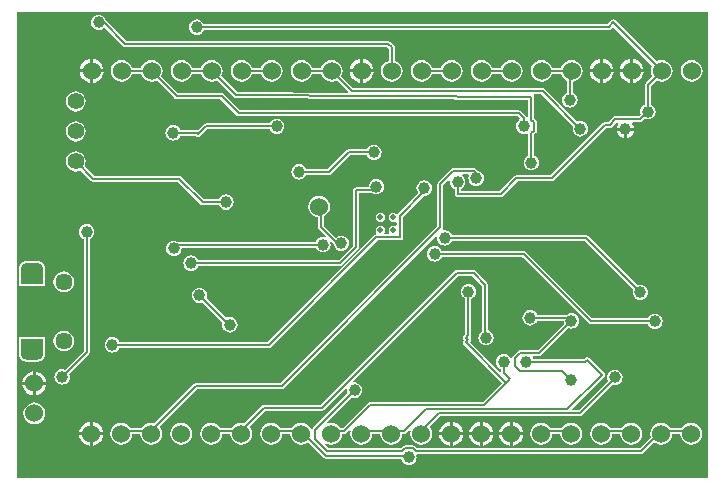
<source format=gbl>
G04*
G04 #@! TF.GenerationSoftware,Altium Limited,Altium Designer,18.1.6 (161)*
G04*
G04 Layer_Physical_Order=2*
G04 Layer_Color=16711680*
%FSAX44Y44*%
%MOMM*%
G71*
G01*
G75*
%ADD14C,0.2000*%
%ADD39C,0.5000*%
%ADD67C,1.4500*%
%ADD68C,1.5240*%
%ADD69C,1.4000*%
%ADD70C,1.0000*%
%ADD71C,0.5000*%
G36*
X00587510Y00003059D02*
X00003059D01*
X00003059Y00397941D01*
X00587510D01*
X00587510Y00003059D01*
D02*
G37*
%LPC*%
G36*
X00472568Y00357198D02*
X00470187Y00356885D01*
X00467969Y00355966D01*
X00466064Y00354504D01*
X00464602Y00352599D01*
X00463752Y00350549D01*
X00455984D01*
X00455134Y00352599D01*
X00453672Y00354504D01*
X00451767Y00355966D01*
X00449549Y00356885D01*
X00447168Y00357198D01*
X00444787Y00356885D01*
X00442569Y00355966D01*
X00440664Y00354504D01*
X00439202Y00352599D01*
X00438283Y00350381D01*
X00437969Y00348000D01*
X00438283Y00345619D01*
X00439202Y00343400D01*
X00440664Y00341495D01*
X00442569Y00340033D01*
X00444787Y00339115D01*
X00447168Y00338801D01*
X00449549Y00339115D01*
X00451767Y00340033D01*
X00453672Y00341495D01*
X00455134Y00343400D01*
X00455984Y00345451D01*
X00463752D01*
X00464602Y00343400D01*
X00466064Y00341495D01*
X00467969Y00340033D01*
X00468451Y00339834D01*
Y00329370D01*
X00467722Y00329067D01*
X00466364Y00328026D01*
X00465322Y00326668D01*
X00464667Y00325087D01*
X00464444Y00323390D01*
X00464667Y00321693D01*
X00465322Y00320112D01*
X00466364Y00318754D01*
X00467722Y00317712D01*
X00469303Y00317057D01*
X00471000Y00316834D01*
X00472697Y00317057D01*
X00474278Y00317712D01*
X00475636Y00318754D01*
X00476678Y00320112D01*
X00477333Y00321693D01*
X00477556Y00323390D01*
X00477333Y00325087D01*
X00476678Y00326668D01*
X00475636Y00328026D01*
X00474278Y00329067D01*
X00473549Y00329370D01*
Y00338930D01*
X00474949Y00339115D01*
X00477167Y00340033D01*
X00479072Y00341495D01*
X00480534Y00343400D01*
X00481453Y00345619D01*
X00481767Y00348000D01*
X00481453Y00350381D01*
X00480534Y00352599D01*
X00479072Y00354504D01*
X00477167Y00355966D01*
X00474949Y00356885D01*
X00472568Y00357198D01*
D02*
G37*
G36*
X00421768D02*
X00419387Y00356885D01*
X00417169Y00355966D01*
X00415264Y00354504D01*
X00413802Y00352599D01*
X00412952Y00350549D01*
X00405184D01*
X00404334Y00352599D01*
X00402873Y00354504D01*
X00400967Y00355966D01*
X00398749Y00356885D01*
X00396368Y00357198D01*
X00393987Y00356885D01*
X00391769Y00355966D01*
X00389864Y00354504D01*
X00388402Y00352599D01*
X00387483Y00350381D01*
X00387169Y00348000D01*
X00387483Y00345619D01*
X00388402Y00343400D01*
X00389864Y00341495D01*
X00391769Y00340033D01*
X00393987Y00339115D01*
X00396368Y00338801D01*
X00398749Y00339115D01*
X00400967Y00340033D01*
X00402873Y00341495D01*
X00404334Y00343400D01*
X00405184Y00345451D01*
X00412952D01*
X00413802Y00343400D01*
X00415264Y00341495D01*
X00417169Y00340033D01*
X00419387Y00339115D01*
X00421768Y00338801D01*
X00424149Y00339115D01*
X00426367Y00340033D01*
X00428273Y00341495D01*
X00429734Y00343400D01*
X00430653Y00345619D01*
X00430967Y00348000D01*
X00430653Y00350381D01*
X00429734Y00352599D01*
X00428273Y00354504D01*
X00426367Y00355966D01*
X00424149Y00356885D01*
X00421768Y00357198D01*
D02*
G37*
G36*
X00370968D02*
X00368587Y00356885D01*
X00366369Y00355966D01*
X00364464Y00354504D01*
X00363002Y00352599D01*
X00362152Y00350549D01*
X00354384D01*
X00353534Y00352599D01*
X00352072Y00354504D01*
X00350167Y00355966D01*
X00347949Y00356885D01*
X00345568Y00357198D01*
X00343187Y00356885D01*
X00340969Y00355966D01*
X00339064Y00354504D01*
X00337602Y00352599D01*
X00336683Y00350381D01*
X00336369Y00348000D01*
X00336683Y00345619D01*
X00337602Y00343400D01*
X00339064Y00341495D01*
X00340969Y00340033D01*
X00343187Y00339115D01*
X00345568Y00338801D01*
X00347949Y00339115D01*
X00350167Y00340033D01*
X00352072Y00341495D01*
X00353534Y00343400D01*
X00354384Y00345451D01*
X00362152D01*
X00363002Y00343400D01*
X00364464Y00341495D01*
X00366369Y00340033D01*
X00368587Y00339115D01*
X00370968Y00338801D01*
X00373349Y00339115D01*
X00375567Y00340033D01*
X00377472Y00341495D01*
X00378934Y00343400D01*
X00379853Y00345619D01*
X00380167Y00348000D01*
X00379853Y00350381D01*
X00378934Y00352599D01*
X00377472Y00354504D01*
X00375567Y00355966D01*
X00373349Y00356885D01*
X00370968Y00357198D01*
D02*
G37*
G36*
X00269368D02*
X00266987Y00356885D01*
X00264769Y00355966D01*
X00262864Y00354504D01*
X00261402Y00352599D01*
X00260552Y00350549D01*
X00252784D01*
X00251934Y00352599D01*
X00250473Y00354504D01*
X00248567Y00355966D01*
X00246349Y00356885D01*
X00243968Y00357198D01*
X00241587Y00356885D01*
X00239369Y00355966D01*
X00237464Y00354504D01*
X00236002Y00352599D01*
X00235083Y00350381D01*
X00234769Y00348000D01*
X00235083Y00345619D01*
X00236002Y00343400D01*
X00237464Y00341495D01*
X00239369Y00340033D01*
X00241587Y00339115D01*
X00243968Y00338801D01*
X00246349Y00339115D01*
X00248567Y00340033D01*
X00250473Y00341495D01*
X00251934Y00343400D01*
X00252784Y00345451D01*
X00260552D01*
X00261402Y00343400D01*
X00262864Y00341495D01*
X00264769Y00340033D01*
X00266987Y00339115D01*
X00269368Y00338801D01*
X00271749Y00339115D01*
X00273799Y00339964D01*
X00283381Y00330382D01*
X00282892Y00329210D01*
X00189587Y00329786D01*
X00175804Y00343569D01*
X00176653Y00345619D01*
X00176967Y00348000D01*
X00176653Y00350381D01*
X00175734Y00352599D01*
X00174272Y00354504D01*
X00172367Y00355966D01*
X00170149Y00356885D01*
X00167768Y00357198D01*
X00165387Y00356885D01*
X00163169Y00355966D01*
X00161264Y00354504D01*
X00159802Y00352599D01*
X00158952Y00350549D01*
X00151184D01*
X00150334Y00352599D01*
X00148872Y00354504D01*
X00146967Y00355966D01*
X00144749Y00356885D01*
X00142368Y00357198D01*
X00139987Y00356885D01*
X00137769Y00355966D01*
X00135864Y00354504D01*
X00134402Y00352599D01*
X00133483Y00350381D01*
X00133169Y00348000D01*
X00133483Y00345619D01*
X00134402Y00343400D01*
X00135864Y00341495D01*
X00137769Y00340033D01*
X00139987Y00339115D01*
X00142368Y00338801D01*
X00144749Y00339115D01*
X00146967Y00340033D01*
X00148872Y00341495D01*
X00150334Y00343400D01*
X00151184Y00345451D01*
X00158952D01*
X00159802Y00343400D01*
X00161264Y00341495D01*
X00163169Y00340033D01*
X00165387Y00339115D01*
X00167768Y00338801D01*
X00170149Y00339115D01*
X00172199Y00339964D01*
X00186722Y00325441D01*
X00187130Y00325168D01*
X00187534Y00324895D01*
X00187542Y00324893D01*
X00187549Y00324889D01*
X00188027Y00324794D01*
X00188508Y00324695D01*
X00435737Y00323168D01*
Y00308480D01*
X00434467Y00308355D01*
X00434355Y00308918D01*
X00433802Y00309745D01*
X00429745Y00313802D01*
X00428918Y00314355D01*
X00427943Y00314549D01*
X00192056D01*
X00177802Y00328802D01*
X00176975Y00329355D01*
X00176000Y00329549D01*
X00139024D01*
X00125004Y00343569D01*
X00125853Y00345619D01*
X00126167Y00348000D01*
X00125853Y00350381D01*
X00124934Y00352599D01*
X00123472Y00354504D01*
X00121567Y00355966D01*
X00119349Y00356885D01*
X00116968Y00357198D01*
X00114587Y00356885D01*
X00112369Y00355966D01*
X00110464Y00354504D01*
X00109002Y00352599D01*
X00108152Y00350549D01*
X00100384D01*
X00099534Y00352599D01*
X00098073Y00354504D01*
X00096167Y00355966D01*
X00093949Y00356885D01*
X00091568Y00357198D01*
X00089187Y00356885D01*
X00086969Y00355966D01*
X00085064Y00354504D01*
X00083602Y00352599D01*
X00082683Y00350381D01*
X00082369Y00348000D01*
X00082683Y00345619D01*
X00083602Y00343400D01*
X00085064Y00341495D01*
X00086969Y00340033D01*
X00089187Y00339115D01*
X00091568Y00338801D01*
X00093949Y00339115D01*
X00096167Y00340033D01*
X00098073Y00341495D01*
X00099534Y00343400D01*
X00100384Y00345451D01*
X00108152D01*
X00109002Y00343400D01*
X00110464Y00341495D01*
X00112369Y00340033D01*
X00114587Y00339115D01*
X00116968Y00338801D01*
X00119349Y00339115D01*
X00121399Y00339964D01*
X00136165Y00325198D01*
X00136992Y00324645D01*
X00137968Y00324451D01*
X00174944D01*
X00189198Y00310198D01*
X00190025Y00309645D01*
X00191000Y00309451D01*
X00426887D01*
X00428453Y00307885D01*
X00428200Y00306342D01*
X00427364Y00305701D01*
X00426322Y00304343D01*
X00425667Y00302762D01*
X00425444Y00301065D01*
X00425667Y00299368D01*
X00426322Y00297787D01*
X00427364Y00296429D01*
X00428722Y00295387D01*
X00430303Y00294732D01*
X00432000Y00294509D01*
X00433697Y00294732D01*
X00434467Y00295051D01*
X00435737Y00294203D01*
Y00276266D01*
X00435008Y00275963D01*
X00433650Y00274922D01*
X00432608Y00273564D01*
X00431954Y00271983D01*
X00431730Y00270286D01*
X00431954Y00268589D01*
X00432608Y00267008D01*
X00433650Y00265650D01*
X00435008Y00264608D01*
X00436589Y00263953D01*
X00438286Y00263730D01*
X00439983Y00263953D01*
X00441564Y00264608D01*
X00442922Y00265650D01*
X00443964Y00267008D01*
X00444619Y00268589D01*
X00444842Y00270286D01*
X00444619Y00271983D01*
X00443964Y00273564D01*
X00442922Y00274922D01*
X00441564Y00275963D01*
X00440835Y00276266D01*
Y00294275D01*
X00442303Y00295742D01*
X00442855Y00296569D01*
X00443049Y00297544D01*
Y00304586D01*
X00442855Y00305561D01*
X00442303Y00306388D01*
X00440835Y00307856D01*
Y00325701D01*
X00440740Y00326178D01*
X00440647Y00326662D01*
X00440643Y00326669D01*
X00440641Y00326677D01*
X00440370Y00327083D01*
X00440305Y00327181D01*
X00440695Y00328230D01*
X00440873Y00328451D01*
X00446770D01*
X00473787Y00301434D01*
X00473485Y00300705D01*
X00473262Y00299008D01*
X00473485Y00297311D01*
X00474141Y00295730D01*
X00475182Y00294372D01*
X00476540Y00293330D01*
X00478121Y00292675D01*
X00479818Y00292452D01*
X00481515Y00292675D01*
X00483096Y00293330D01*
X00484454Y00294372D01*
X00485496Y00295730D01*
X00486151Y00297311D01*
X00486374Y00299008D01*
X00486151Y00300705D01*
X00485496Y00302286D01*
X00484454Y00303644D01*
X00483096Y00304685D01*
X00481515Y00305340D01*
X00479818Y00305564D01*
X00478121Y00305340D01*
X00477392Y00305039D01*
X00449628Y00332802D01*
X00448802Y00333355D01*
X00447826Y00333549D01*
X00287424D01*
X00277404Y00343569D01*
X00278253Y00345619D01*
X00278567Y00348000D01*
X00278253Y00350381D01*
X00277334Y00352599D01*
X00275872Y00354504D01*
X00273967Y00355966D01*
X00271749Y00356885D01*
X00269368Y00357198D01*
D02*
G37*
G36*
X00218568D02*
X00216187Y00356885D01*
X00213969Y00355966D01*
X00212064Y00354504D01*
X00210602Y00352599D01*
X00209752Y00350549D01*
X00201984D01*
X00201134Y00352599D01*
X00199673Y00354504D01*
X00197767Y00355966D01*
X00195549Y00356885D01*
X00193168Y00357198D01*
X00190787Y00356885D01*
X00188569Y00355966D01*
X00186664Y00354504D01*
X00185202Y00352599D01*
X00184283Y00350381D01*
X00183969Y00348000D01*
X00184283Y00345619D01*
X00185202Y00343400D01*
X00186664Y00341495D01*
X00188569Y00340033D01*
X00190787Y00339115D01*
X00193168Y00338801D01*
X00195549Y00339115D01*
X00197767Y00340033D01*
X00199673Y00341495D01*
X00201134Y00343400D01*
X00201984Y00345451D01*
X00209752D01*
X00210602Y00343400D01*
X00212064Y00341495D01*
X00213969Y00340033D01*
X00216187Y00339115D01*
X00218568Y00338801D01*
X00220949Y00339115D01*
X00223167Y00340033D01*
X00225072Y00341495D01*
X00226534Y00343400D01*
X00227453Y00345619D01*
X00227767Y00348000D01*
X00227453Y00350381D01*
X00226534Y00352599D01*
X00225072Y00354504D01*
X00223167Y00355966D01*
X00220949Y00356885D01*
X00218568Y00357198D01*
D02*
G37*
G36*
X00524638Y00358080D02*
Y00349270D01*
X00533448D01*
X00533266Y00350652D01*
X00532243Y00353124D01*
X00530614Y00355246D01*
X00528492Y00356875D01*
X00526020Y00357898D01*
X00524638Y00358080D01*
D02*
G37*
G36*
X00296038D02*
Y00349270D01*
X00304848D01*
X00304667Y00350652D01*
X00303643Y00353124D01*
X00302014Y00355246D01*
X00299892Y00356875D01*
X00297420Y00357898D01*
X00296038Y00358080D01*
D02*
G37*
G36*
X00067438D02*
Y00349270D01*
X00076248D01*
X00076066Y00350652D01*
X00075043Y00353124D01*
X00073414Y00355246D01*
X00071292Y00356875D01*
X00068820Y00357898D01*
X00067438Y00358080D01*
D02*
G37*
G36*
X00499238D02*
Y00349270D01*
X00508049D01*
X00507867Y00350652D01*
X00506843Y00353124D01*
X00505214Y00355246D01*
X00503092Y00356875D01*
X00500620Y00357898D01*
X00499238Y00358080D01*
D02*
G37*
G36*
X00522098D02*
X00520716Y00357898D01*
X00518244Y00356875D01*
X00516122Y00355246D01*
X00514493Y00353124D01*
X00513470Y00350652D01*
X00513288Y00349270D01*
X00522098D01*
Y00358080D01*
D02*
G37*
G36*
X00293498D02*
X00292116Y00357898D01*
X00289644Y00356875D01*
X00287522Y00355246D01*
X00285893Y00353124D01*
X00284869Y00350652D01*
X00284688Y00349270D01*
X00293498D01*
Y00358080D01*
D02*
G37*
G36*
X00064898D02*
X00063516Y00357898D01*
X00061044Y00356875D01*
X00058922Y00355246D01*
X00057293Y00353124D01*
X00056269Y00350652D01*
X00056087Y00349270D01*
X00064898D01*
Y00358080D01*
D02*
G37*
G36*
X00496698D02*
X00495316Y00357898D01*
X00492844Y00356875D01*
X00490722Y00355246D01*
X00489093Y00353124D01*
X00488069Y00350652D01*
X00487887Y00349270D01*
X00496698D01*
Y00358080D01*
D02*
G37*
G36*
X00574168Y00357198D02*
X00571787Y00356885D01*
X00569569Y00355966D01*
X00567664Y00354504D01*
X00566202Y00352599D01*
X00565283Y00350381D01*
X00564969Y00348000D01*
X00565283Y00345619D01*
X00566202Y00343400D01*
X00567664Y00341495D01*
X00569569Y00340033D01*
X00571787Y00339115D01*
X00574168Y00338801D01*
X00576549Y00339115D01*
X00578767Y00340033D01*
X00580672Y00341495D01*
X00582134Y00343400D01*
X00583053Y00345619D01*
X00583367Y00348000D01*
X00583053Y00350381D01*
X00582134Y00352599D01*
X00580672Y00354504D01*
X00578767Y00355966D01*
X00576549Y00356885D01*
X00574168Y00357198D01*
D02*
G37*
G36*
X00155000Y00391556D02*
X00153303Y00391333D01*
X00151722Y00390678D01*
X00150364Y00389636D01*
X00149322Y00388278D01*
X00148667Y00386697D01*
X00148444Y00385000D01*
X00148667Y00383303D01*
X00149322Y00381722D01*
X00150364Y00380364D01*
X00151722Y00379322D01*
X00153303Y00378667D01*
X00155000Y00378444D01*
X00156697Y00378667D01*
X00158278Y00379322D01*
X00159636Y00380364D01*
X00160678Y00381722D01*
X00160980Y00382451D01*
X00503768D01*
X00504744Y00382645D01*
X00505570Y00383198D01*
X00507768Y00385395D01*
X00540732Y00352431D01*
X00539883Y00350381D01*
X00539569Y00348000D01*
X00539883Y00345619D01*
X00540732Y00343569D01*
X00535198Y00338034D01*
X00534645Y00337207D01*
X00534451Y00336232D01*
Y00319619D01*
X00533722Y00319317D01*
X00532364Y00318276D01*
X00531322Y00316918D01*
X00530667Y00315337D01*
X00530444Y00313640D01*
X00530667Y00311943D01*
X00530970Y00311214D01*
X00529444Y00309688D01*
X00509514D01*
X00508539Y00309494D01*
X00507712Y00308942D01*
X00503479Y00304709D01*
X00500544D01*
X00499569Y00304515D01*
X00498742Y00303963D01*
X00454328Y00259549D01*
X00425667D01*
X00424692Y00259355D01*
X00423865Y00258802D01*
X00411612Y00246549D01*
X00378548D01*
Y00248020D01*
X00379277Y00248322D01*
X00380635Y00249364D01*
X00381677Y00250721D01*
X00382332Y00252303D01*
X00382555Y00254000D01*
X00382332Y00255696D01*
X00381677Y00257278D01*
X00380635Y00258635D01*
X00379798Y00259278D01*
X00380229Y00260548D01*
X00384591D01*
X00385439Y00259278D01*
X00385261Y00258847D01*
X00385037Y00257150D01*
X00385261Y00255453D01*
X00385916Y00253872D01*
X00386958Y00252514D01*
X00388316Y00251472D01*
X00389897Y00250817D01*
X00391594Y00250594D01*
X00393290Y00250817D01*
X00394871Y00251472D01*
X00396229Y00252514D01*
X00397271Y00253872D01*
X00397926Y00255453D01*
X00398149Y00257150D01*
X00397926Y00258847D01*
X00397271Y00260428D01*
X00396229Y00261786D01*
X00394871Y00262827D01*
X00393290Y00263482D01*
X00392718Y00263558D01*
X00391377Y00264899D01*
X00390550Y00265452D01*
X00389574Y00265646D01*
X00372146D01*
X00371171Y00265452D01*
X00370344Y00264899D01*
X00359522Y00254077D01*
X00358969Y00253250D01*
X00358775Y00252275D01*
Y00216523D01*
X00225801Y00083549D01*
X00154168D01*
X00153192Y00083355D01*
X00152365Y00082802D01*
X00119102Y00049539D01*
X00118749Y00049685D01*
X00116368Y00049998D01*
X00113987Y00049685D01*
X00111769Y00048766D01*
X00109864Y00047304D01*
X00108670Y00045749D01*
X00098666D01*
X00097473Y00047304D01*
X00095568Y00048766D01*
X00093349Y00049685D01*
X00090968Y00049998D01*
X00088587Y00049685D01*
X00086369Y00048766D01*
X00084464Y00047304D01*
X00083002Y00045399D01*
X00082083Y00043181D01*
X00081770Y00040800D01*
X00082083Y00038419D01*
X00083002Y00036200D01*
X00084464Y00034295D01*
X00086369Y00032833D01*
X00088587Y00031915D01*
X00090968Y00031601D01*
X00093349Y00031915D01*
X00095568Y00032833D01*
X00097473Y00034295D01*
X00098934Y00036200D01*
X00099853Y00038419D01*
X00100147Y00040651D01*
X00107189D01*
X00107483Y00038419D01*
X00108402Y00036200D01*
X00109864Y00034295D01*
X00111769Y00032833D01*
X00113987Y00031915D01*
X00116368Y00031601D01*
X00118749Y00031915D01*
X00120968Y00032833D01*
X00122873Y00034295D01*
X00124334Y00036200D01*
X00125253Y00038419D01*
X00125567Y00040800D01*
X00125253Y00043181D01*
X00124334Y00045399D01*
X00123396Y00046623D01*
X00155224Y00078451D01*
X00226857D01*
X00227833Y00078645D01*
X00228659Y00079197D01*
X00357491Y00208029D01*
X00358694Y00207436D01*
X00358578Y00206555D01*
X00358801Y00204858D01*
X00359456Y00203277D01*
X00360498Y00201919D01*
X00361856Y00200877D01*
X00363437Y00200222D01*
X00365134Y00199999D01*
X00366831Y00200222D01*
X00368412Y00200877D01*
X00369770Y00201919D01*
X00370812Y00203277D01*
X00371114Y00204006D01*
X00483461D01*
X00524588Y00162880D01*
X00524286Y00162151D01*
X00524062Y00160454D01*
X00524286Y00158757D01*
X00524940Y00157176D01*
X00525982Y00155818D01*
X00527340Y00154776D01*
X00528921Y00154121D01*
X00530618Y00153898D01*
X00532315Y00154121D01*
X00533896Y00154776D01*
X00535254Y00155818D01*
X00536296Y00157176D01*
X00536951Y00158757D01*
X00537174Y00160454D01*
X00536951Y00162151D01*
X00536296Y00163732D01*
X00535254Y00165090D01*
X00533896Y00166131D01*
X00532315Y00166786D01*
X00530618Y00167010D01*
X00528921Y00166786D01*
X00528192Y00166485D01*
X00486320Y00208357D01*
X00485493Y00208910D01*
X00484517Y00209104D01*
X00371114D01*
X00370812Y00209833D01*
X00369770Y00211191D01*
X00368412Y00212232D01*
X00366831Y00212887D01*
X00365134Y00213111D01*
X00364202Y00212988D01*
X00363466Y00214172D01*
X00363679Y00214491D01*
X00363873Y00215467D01*
Y00251219D01*
X00368391Y00255737D01*
X00369594Y00255144D01*
X00369443Y00254000D01*
X00369667Y00252303D01*
X00370322Y00250721D01*
X00371363Y00249364D01*
X00372721Y00248322D01*
X00373450Y00248020D01*
Y00243700D01*
X00373644Y00242724D01*
X00374197Y00241897D01*
X00375024Y00241345D01*
X00375999Y00241151D01*
X00376975Y00241345D01*
X00377134Y00241451D01*
X00412668D01*
X00413643Y00241645D01*
X00414470Y00242198D01*
X00426723Y00254451D01*
X00455384D01*
X00456359Y00254645D01*
X00457186Y00255198D01*
X00501600Y00299611D01*
X00504535D01*
X00505510Y00299805D01*
X00506337Y00300358D01*
X00510303Y00304324D01*
X00511291Y00304215D01*
X00511845Y00303004D01*
X00511414Y00302442D01*
X00510654Y00300608D01*
X00510562Y00299910D01*
X00525438D01*
X00525346Y00300608D01*
X00524586Y00302442D01*
X00523912Y00303321D01*
X00524538Y00304591D01*
X00530500D01*
X00531475Y00304785D01*
X00532302Y00305337D01*
X00534574Y00307609D01*
X00535303Y00307307D01*
X00537000Y00307084D01*
X00538697Y00307307D01*
X00540278Y00307962D01*
X00541636Y00309004D01*
X00542678Y00310362D01*
X00543333Y00311943D01*
X00543556Y00313640D01*
X00543333Y00315337D01*
X00542678Y00316918D01*
X00541636Y00318276D01*
X00540278Y00319317D01*
X00539549Y00319619D01*
Y00335176D01*
X00544337Y00339964D01*
X00546387Y00339115D01*
X00548768Y00338801D01*
X00551149Y00339115D01*
X00553367Y00340033D01*
X00555272Y00341495D01*
X00556734Y00343400D01*
X00557653Y00345619D01*
X00557967Y00348000D01*
X00557653Y00350381D01*
X00556734Y00352599D01*
X00555272Y00354504D01*
X00553367Y00355966D01*
X00551149Y00356885D01*
X00548768Y00357198D01*
X00546387Y00356885D01*
X00544337Y00356036D01*
X00509570Y00390802D01*
X00508744Y00391355D01*
X00507768Y00391549D01*
X00506792Y00391355D01*
X00505966Y00390802D01*
X00502712Y00387549D01*
X00160980D01*
X00160678Y00388278D01*
X00159636Y00389636D01*
X00158278Y00390678D01*
X00156697Y00391333D01*
X00155000Y00391556D01*
D02*
G37*
G36*
X00071914Y00395556D02*
X00070218Y00395333D01*
X00068636Y00394678D01*
X00067279Y00393636D01*
X00066237Y00392278D01*
X00065582Y00390697D01*
X00065358Y00389000D01*
X00065582Y00387303D01*
X00066237Y00385722D01*
X00067279Y00384364D01*
X00068636Y00383323D01*
X00070218Y00382668D01*
X00071914Y00382444D01*
X00073611Y00382668D01*
X00075192Y00383323D01*
X00076550Y00384364D01*
X00077604Y00384433D01*
X00092839Y00369198D01*
X00093666Y00368645D01*
X00094642Y00368451D01*
X00315944D01*
X00317619Y00366776D01*
Y00356815D01*
X00315569Y00355966D01*
X00313664Y00354504D01*
X00312202Y00352599D01*
X00311283Y00350381D01*
X00310969Y00348000D01*
X00311283Y00345619D01*
X00312202Y00343400D01*
X00313664Y00341495D01*
X00315569Y00340033D01*
X00317787Y00339115D01*
X00320168Y00338801D01*
X00322549Y00339115D01*
X00324767Y00340033D01*
X00326673Y00341495D01*
X00328134Y00343400D01*
X00329053Y00345619D01*
X00329367Y00348000D01*
X00329053Y00350381D01*
X00328134Y00352599D01*
X00326673Y00354504D01*
X00324767Y00355966D01*
X00322717Y00356815D01*
Y00367832D01*
X00322523Y00368807D01*
X00321970Y00369634D01*
X00318802Y00372802D01*
X00317976Y00373355D01*
X00317000Y00373549D01*
X00095698D01*
X00078444Y00390803D01*
X00078111Y00391025D01*
X00077592Y00392278D01*
X00076550Y00393636D01*
X00075192Y00394678D01*
X00073611Y00395333D01*
X00071914Y00395556D01*
D02*
G37*
G36*
X00533448Y00346730D02*
X00524638D01*
Y00337919D01*
X00526020Y00338101D01*
X00528492Y00339125D01*
X00530614Y00340754D01*
X00532243Y00342876D01*
X00533266Y00345348D01*
X00533448Y00346730D01*
D02*
G37*
G36*
X00508049D02*
X00499238D01*
Y00337919D01*
X00500620Y00338101D01*
X00503092Y00339125D01*
X00505214Y00340754D01*
X00506843Y00342876D01*
X00507867Y00345348D01*
X00508049Y00346730D01*
D02*
G37*
G36*
X00304848D02*
X00296038D01*
Y00337919D01*
X00297420Y00338101D01*
X00299892Y00339125D01*
X00302014Y00340754D01*
X00303643Y00342876D01*
X00304667Y00345348D01*
X00304848Y00346730D01*
D02*
G37*
G36*
X00076248D02*
X00067438D01*
Y00337919D01*
X00068820Y00338101D01*
X00071292Y00339125D01*
X00073414Y00340754D01*
X00075043Y00342876D01*
X00076066Y00345348D01*
X00076248Y00346730D01*
D02*
G37*
G36*
X00522098D02*
X00513288D01*
X00513470Y00345348D01*
X00514493Y00342876D01*
X00516122Y00340754D01*
X00518244Y00339125D01*
X00520716Y00338101D01*
X00522098Y00337919D01*
Y00346730D01*
D02*
G37*
G36*
X00496698D02*
X00487887D01*
X00488069Y00345348D01*
X00489093Y00342876D01*
X00490722Y00340754D01*
X00492844Y00339125D01*
X00495316Y00338101D01*
X00496698Y00337919D01*
Y00346730D01*
D02*
G37*
G36*
X00293498D02*
X00284688D01*
X00284869Y00345348D01*
X00285893Y00342876D01*
X00287522Y00340754D01*
X00289644Y00339125D01*
X00292116Y00338101D01*
X00293498Y00337919D01*
Y00346730D01*
D02*
G37*
G36*
X00064898D02*
X00056087D01*
X00056269Y00345348D01*
X00057293Y00342876D01*
X00058922Y00340754D01*
X00061044Y00339125D01*
X00063516Y00338101D01*
X00064898Y00337919D01*
Y00346730D01*
D02*
G37*
G36*
X00052550Y00330760D02*
X00050331Y00330468D01*
X00048263Y00329611D01*
X00046488Y00328249D01*
X00045125Y00326473D01*
X00044269Y00324406D01*
X00043977Y00322187D01*
X00044269Y00319968D01*
X00045125Y00317900D01*
X00046488Y00316124D01*
X00048263Y00314762D01*
X00050331Y00313905D01*
X00052550Y00313613D01*
X00054769Y00313905D01*
X00056837Y00314762D01*
X00058612Y00316124D01*
X00059975Y00317900D01*
X00060831Y00319968D01*
X00061123Y00322187D01*
X00060831Y00324406D01*
X00059975Y00326473D01*
X00058612Y00328249D01*
X00056837Y00329611D01*
X00054769Y00330468D01*
X00052550Y00330760D01*
D02*
G37*
G36*
X00222753Y00307621D02*
X00221056Y00307398D01*
X00219475Y00306743D01*
X00218117Y00305701D01*
X00217075Y00304343D01*
X00216773Y00303614D01*
X00162778D01*
X00161802Y00303420D01*
X00160975Y00302868D01*
X00156066Y00297958D01*
X00155283Y00298114D01*
X00140980D01*
X00140678Y00298843D01*
X00139636Y00300201D01*
X00138278Y00301243D01*
X00136697Y00301898D01*
X00135000Y00302121D01*
X00133303Y00301898D01*
X00131722Y00301243D01*
X00130364Y00300201D01*
X00129322Y00298843D01*
X00128667Y00297262D01*
X00128444Y00295565D01*
X00128667Y00293868D01*
X00129322Y00292287D01*
X00130364Y00290929D01*
X00131722Y00289887D01*
X00133303Y00289232D01*
X00135000Y00289009D01*
X00136697Y00289232D01*
X00138278Y00289887D01*
X00139636Y00290929D01*
X00140678Y00292287D01*
X00140980Y00293016D01*
X00154227D01*
X00154478Y00292765D01*
X00155305Y00292213D01*
X00156280Y00292019D01*
X00157256Y00292213D01*
X00158083Y00292765D01*
X00158083Y00292765D01*
X00163834Y00298516D01*
X00216773D01*
X00217075Y00297787D01*
X00218117Y00296429D01*
X00219475Y00295387D01*
X00221056Y00294732D01*
X00222753Y00294509D01*
X00224450Y00294732D01*
X00226031Y00295387D01*
X00227389Y00296429D01*
X00228431Y00297787D01*
X00229086Y00299368D01*
X00229309Y00301065D01*
X00229086Y00302762D01*
X00228431Y00304343D01*
X00227389Y00305701D01*
X00226031Y00306743D01*
X00224450Y00307398D01*
X00222753Y00307621D01*
D02*
G37*
G36*
X00525438Y00297370D02*
X00519270D01*
Y00291202D01*
X00519968Y00291294D01*
X00521802Y00292053D01*
X00523378Y00293262D01*
X00524586Y00294837D01*
X00525346Y00296671D01*
X00525438Y00297370D01*
D02*
G37*
G36*
X00516730D02*
X00510562D01*
X00510654Y00296671D01*
X00511414Y00294837D01*
X00512622Y00293262D01*
X00514198Y00292053D01*
X00516032Y00291294D01*
X00516730Y00291202D01*
Y00297370D01*
D02*
G37*
G36*
X00052550Y00305360D02*
X00050331Y00305068D01*
X00048263Y00304211D01*
X00046488Y00302849D01*
X00045125Y00301073D01*
X00044269Y00299006D01*
X00043977Y00296786D01*
X00044269Y00294568D01*
X00045125Y00292500D01*
X00046488Y00290724D01*
X00048263Y00289362D01*
X00050331Y00288505D01*
X00052550Y00288213D01*
X00054769Y00288505D01*
X00056837Y00289362D01*
X00058612Y00290724D01*
X00059975Y00292500D01*
X00060831Y00294568D01*
X00061123Y00296786D01*
X00060831Y00299006D01*
X00059975Y00301073D01*
X00058612Y00302849D01*
X00056837Y00304211D01*
X00054769Y00305068D01*
X00052550Y00305360D01*
D02*
G37*
G36*
X00304999Y00285555D02*
X00303302Y00285332D01*
X00301721Y00284677D01*
X00300364Y00283635D01*
X00299322Y00282278D01*
X00299020Y00281548D01*
X00283522D01*
X00282546Y00281354D01*
X00281719Y00280802D01*
X00265943Y00265026D01*
X00247567D01*
X00247265Y00265755D01*
X00246223Y00267112D01*
X00244865Y00268154D01*
X00243284Y00268809D01*
X00241587Y00269033D01*
X00239890Y00268809D01*
X00238309Y00268154D01*
X00236952Y00267112D01*
X00235910Y00265755D01*
X00235255Y00264173D01*
X00235031Y00262477D01*
X00235255Y00260780D01*
X00235910Y00259198D01*
X00236952Y00257841D01*
X00238309Y00256799D01*
X00239890Y00256144D01*
X00241587Y00255921D01*
X00243284Y00256144D01*
X00244865Y00256799D01*
X00246223Y00257841D01*
X00247265Y00259198D01*
X00247567Y00259928D01*
X00267278D01*
X00268253Y00260122D01*
X00269081Y00260674D01*
X00269633Y00261501D01*
X00269634Y00261507D01*
X00284578Y00276451D01*
X00299020D01*
X00299322Y00275721D01*
X00300364Y00274364D01*
X00301721Y00273322D01*
X00303302Y00272667D01*
X00304999Y00272443D01*
X00306696Y00272667D01*
X00308277Y00273322D01*
X00309635Y00274364D01*
X00310677Y00275721D01*
X00311332Y00277303D01*
X00311556Y00278999D01*
X00311332Y00280696D01*
X00310677Y00282278D01*
X00309635Y00283635D01*
X00308277Y00284677D01*
X00306696Y00285332D01*
X00304999Y00285555D01*
D02*
G37*
G36*
X00306999Y00256555D02*
X00305303Y00256332D01*
X00303722Y00255677D01*
X00302364Y00254635D01*
X00301322Y00253277D01*
X00300667Y00251696D01*
X00300443Y00249999D01*
X00299871Y00249347D01*
X00289712D01*
X00288737Y00249153D01*
X00287910Y00248600D01*
X00287358Y00247773D01*
X00287163Y00246798D01*
Y00199768D01*
X00275269Y00187873D01*
X00156262D01*
X00155960Y00188603D01*
X00154918Y00189960D01*
X00153561Y00191002D01*
X00151980Y00191657D01*
X00150283Y00191881D01*
X00148586Y00191657D01*
X00147005Y00191002D01*
X00145647Y00189960D01*
X00144605Y00188603D01*
X00143950Y00187021D01*
X00143727Y00185324D01*
X00143950Y00183628D01*
X00144605Y00182047D01*
X00145647Y00180689D01*
X00147005Y00179647D01*
X00148586Y00178992D01*
X00150283Y00178768D01*
X00151980Y00178992D01*
X00153561Y00179647D01*
X00154918Y00180689D01*
X00155960Y00182047D01*
X00156262Y00182775D01*
X00276325D01*
X00277300Y00182970D01*
X00278127Y00183522D01*
X00291515Y00196910D01*
X00292067Y00197737D01*
X00292261Y00198712D01*
Y00244249D01*
X00302356D01*
X00303332Y00244443D01*
X00303456Y00244526D01*
X00303722Y00244322D01*
X00305303Y00243667D01*
X00306999Y00243443D01*
X00308696Y00243667D01*
X00310278Y00244322D01*
X00311635Y00245364D01*
X00312677Y00246721D01*
X00313332Y00248302D01*
X00313556Y00249999D01*
X00313332Y00251696D01*
X00312677Y00253277D01*
X00311635Y00254635D01*
X00310278Y00255677D01*
X00308696Y00256332D01*
X00306999Y00256555D01*
D02*
G37*
G36*
X00347608Y00255402D02*
X00345911Y00255179D01*
X00344330Y00254524D01*
X00342972Y00253482D01*
X00341930Y00252124D01*
X00341275Y00250543D01*
X00341052Y00248846D01*
X00341275Y00247149D01*
X00341930Y00245568D01*
X00342620Y00244669D01*
X00325447Y00227496D01*
X00324384Y00226801D01*
X00323765Y00227214D01*
X00323061Y00227685D01*
X00321500Y00227995D01*
X00319939Y00227685D01*
X00318616Y00226801D01*
X00317732Y00225478D01*
X00317422Y00223917D01*
X00317732Y00222356D01*
X00318616Y00221033D01*
X00319939Y00220149D01*
X00321500Y00219839D01*
X00323061Y00220149D01*
X00323181Y00220230D01*
X00324451Y00219551D01*
Y00217283D01*
X00323181Y00216605D01*
X00323061Y00216685D01*
X00321500Y00216996D01*
X00319939Y00216685D01*
X00318616Y00215801D01*
X00317732Y00214478D01*
X00317422Y00212917D01*
X00317732Y00211356D01*
X00318092Y00210819D01*
X00317413Y00209549D01*
X00314588D01*
X00313909Y00210819D01*
X00314268Y00211356D01*
X00314578Y00212917D01*
X00314268Y00214478D01*
X00313384Y00215801D01*
X00312061Y00216685D01*
X00310500Y00216996D01*
X00308939Y00216685D01*
X00307616Y00215801D01*
X00306732Y00214478D01*
X00306422Y00212917D01*
X00306732Y00211356D01*
X00307092Y00210819D01*
X00307091Y00210619D01*
X00306492Y00209430D01*
X00306113Y00209355D01*
X00305286Y00208802D01*
X00215033Y00118549D01*
X00089548D01*
X00089246Y00119278D01*
X00088204Y00120636D01*
X00086846Y00121678D01*
X00085265Y00122332D01*
X00083568Y00122556D01*
X00081871Y00122332D01*
X00080290Y00121678D01*
X00078932Y00120636D01*
X00077890Y00119278D01*
X00077235Y00117697D01*
X00077012Y00116000D01*
X00077235Y00114303D01*
X00077890Y00112722D01*
X00078932Y00111364D01*
X00080290Y00110322D01*
X00081871Y00109667D01*
X00083568Y00109444D01*
X00085265Y00109667D01*
X00086846Y00110322D01*
X00088204Y00111364D01*
X00089246Y00112722D01*
X00089548Y00113451D01*
X00216089D01*
X00217064Y00113645D01*
X00217891Y00114197D01*
X00308144Y00204451D01*
X00327000D01*
X00327976Y00204645D01*
X00328802Y00205198D01*
X00329355Y00206024D01*
X00329549Y00207000D01*
Y00224388D01*
X00347469Y00242308D01*
X00347608Y00242290D01*
X00349305Y00242513D01*
X00350886Y00243168D01*
X00352244Y00244210D01*
X00353286Y00245568D01*
X00353941Y00247149D01*
X00354164Y00248846D01*
X00353941Y00250543D01*
X00353286Y00252124D01*
X00352244Y00253482D01*
X00350886Y00254524D01*
X00349305Y00255179D01*
X00347608Y00255402D01*
D02*
G37*
G36*
X00052550Y00279960D02*
X00050331Y00279668D01*
X00048263Y00278811D01*
X00046488Y00277449D01*
X00045125Y00275673D01*
X00044269Y00273605D01*
X00043977Y00271387D01*
X00044269Y00269168D01*
X00045125Y00267100D01*
X00046488Y00265324D01*
X00048263Y00263962D01*
X00050331Y00263105D01*
X00052550Y00262813D01*
X00054769Y00263105D01*
X00056507Y00263825D01*
X00065287Y00255044D01*
X00066114Y00254492D01*
X00067090Y00254298D01*
X00139098D01*
X00158198Y00235198D01*
X00159024Y00234645D01*
X00160000Y00234451D01*
X00173789D01*
X00174091Y00233722D01*
X00175133Y00232364D01*
X00176491Y00231322D01*
X00178072Y00230667D01*
X00179769Y00230444D01*
X00181466Y00230667D01*
X00183047Y00231322D01*
X00184405Y00232364D01*
X00185446Y00233722D01*
X00186101Y00235303D01*
X00186325Y00237000D01*
X00186101Y00238697D01*
X00185446Y00240278D01*
X00184405Y00241636D01*
X00183047Y00242678D01*
X00181466Y00243333D01*
X00179769Y00243556D01*
X00178072Y00243333D01*
X00176491Y00242678D01*
X00175133Y00241636D01*
X00174091Y00240278D01*
X00173789Y00239549D01*
X00161056D01*
X00141956Y00258649D01*
X00141129Y00259202D01*
X00140153Y00259396D01*
X00068146D01*
X00060111Y00267430D01*
X00060831Y00269168D01*
X00061123Y00271387D01*
X00060831Y00273605D01*
X00059975Y00275673D01*
X00058612Y00277449D01*
X00056837Y00278811D01*
X00054769Y00279668D01*
X00052550Y00279960D01*
D02*
G37*
G36*
X00310500Y00227995D02*
X00308939Y00227685D01*
X00307616Y00226801D01*
X00306732Y00225478D01*
X00306422Y00223917D01*
X00306732Y00222356D01*
X00307616Y00221033D01*
X00308939Y00220149D01*
X00310500Y00219839D01*
X00312061Y00220149D01*
X00313384Y00221033D01*
X00314268Y00222356D01*
X00314578Y00223917D01*
X00314268Y00225478D01*
X00313384Y00226801D01*
X00312061Y00227685D01*
X00310500Y00227995D01*
D02*
G37*
G36*
X00258568Y00242199D02*
X00256187Y00241885D01*
X00253969Y00240966D01*
X00252064Y00239504D01*
X00250602Y00237599D01*
X00249683Y00235381D01*
X00249369Y00233000D01*
X00249683Y00230619D01*
X00250602Y00228401D01*
X00252064Y00226495D01*
X00253969Y00225034D01*
X00256187Y00224115D01*
X00257651Y00223922D01*
Y00216000D01*
X00257845Y00215025D01*
X00258397Y00214198D01*
X00264163Y00208433D01*
X00263539Y00207399D01*
X00263461Y00207338D01*
X00261802Y00207556D01*
X00260105Y00207333D01*
X00258524Y00206678D01*
X00257166Y00205636D01*
X00256124Y00204278D01*
X00255822Y00203549D01*
X00139060D01*
X00138656Y00203468D01*
X00137409Y00203985D01*
X00135712Y00204208D01*
X00134015Y00203985D01*
X00132434Y00203330D01*
X00131076Y00202288D01*
X00130035Y00200930D01*
X00129380Y00199349D01*
X00129156Y00197652D01*
X00129380Y00195955D01*
X00130035Y00194374D01*
X00131076Y00193016D01*
X00132434Y00191974D01*
X00134015Y00191320D01*
X00135712Y00191096D01*
X00137409Y00191320D01*
X00138990Y00191974D01*
X00140348Y00193016D01*
X00141390Y00194374D01*
X00142045Y00195955D01*
X00142268Y00197652D01*
X00142969Y00198451D01*
X00255822D01*
X00256124Y00197722D01*
X00257166Y00196364D01*
X00258524Y00195322D01*
X00260105Y00194667D01*
X00261802Y00194444D01*
X00263499Y00194667D01*
X00265080Y00195322D01*
X00266438Y00196364D01*
X00267480Y00197722D01*
X00268135Y00199303D01*
X00268358Y00201000D01*
X00268140Y00202659D01*
X00268201Y00202737D01*
X00269235Y00203361D01*
X00270886Y00201709D01*
X00271071Y00200303D01*
X00271726Y00198722D01*
X00272768Y00197364D01*
X00274126Y00196322D01*
X00275707Y00195667D01*
X00277404Y00195444D01*
X00279101Y00195667D01*
X00280682Y00196322D01*
X00282040Y00197364D01*
X00283082Y00198722D01*
X00283737Y00200303D01*
X00283960Y00202000D01*
X00283737Y00203697D01*
X00283082Y00205278D01*
X00282040Y00206636D01*
X00280682Y00207678D01*
X00279101Y00208333D01*
X00277404Y00208556D01*
X00275707Y00208333D01*
X00274126Y00207678D01*
X00272995Y00206810D01*
X00262749Y00217056D01*
Y00224860D01*
X00263167Y00225034D01*
X00265073Y00226495D01*
X00266534Y00228401D01*
X00267453Y00230619D01*
X00267767Y00233000D01*
X00267453Y00235381D01*
X00266534Y00237599D01*
X00265073Y00239504D01*
X00263167Y00240966D01*
X00260949Y00241885D01*
X00258568Y00242199D01*
D02*
G37*
G36*
X00020000Y00187008D02*
X00011000Y00187008D01*
X00010761Y00186910D01*
X00009303Y00186718D01*
X00007722Y00186063D01*
X00006364Y00185021D01*
X00005322Y00183663D01*
X00004667Y00182082D01*
X00004475Y00180624D01*
X00004376Y00180385D01*
Y00167385D01*
X00004852Y00166237D01*
X00006000Y00165761D01*
X00025000D01*
X00026148Y00166237D01*
X00026624Y00167385D01*
Y00180385D01*
X00026525Y00180624D01*
X00026333Y00182082D01*
X00025678Y00183663D01*
X00024636Y00185021D01*
X00023278Y00186063D01*
X00021697Y00186718D01*
X00020239Y00186910D01*
X00020000Y00187008D01*
D02*
G37*
G36*
X00042500Y00178210D02*
X00040216Y00177910D01*
X00038087Y00177028D01*
X00036260Y00175625D01*
X00034857Y00173798D01*
X00033975Y00171669D01*
X00033675Y00169385D01*
X00033975Y00167101D01*
X00034857Y00164972D01*
X00036260Y00163144D01*
X00038087Y00161742D01*
X00040216Y00160860D01*
X00042500Y00160559D01*
X00044784Y00160860D01*
X00046913Y00161742D01*
X00048741Y00163144D01*
X00050143Y00164972D01*
X00051025Y00167101D01*
X00051326Y00169385D01*
X00051025Y00171669D01*
X00050143Y00173798D01*
X00048741Y00175625D01*
X00046913Y00177028D01*
X00044784Y00177910D01*
X00042500Y00178210D01*
D02*
G37*
G36*
X00356498Y00199649D02*
X00354801Y00199426D01*
X00353220Y00198771D01*
X00351862Y00197729D01*
X00350820Y00196371D01*
X00350165Y00194790D01*
X00349942Y00193093D01*
X00350165Y00191396D01*
X00350820Y00189815D01*
X00351862Y00188457D01*
X00353220Y00187415D01*
X00354801Y00186760D01*
X00356498Y00186537D01*
X00358195Y00186760D01*
X00359776Y00187415D01*
X00361134Y00188457D01*
X00362176Y00189815D01*
X00362478Y00190544D01*
X00430776D01*
X00487123Y00134197D01*
X00487950Y00133645D01*
X00488925Y00133451D01*
X00537000D01*
X00537302Y00132722D01*
X00538344Y00131364D01*
X00539702Y00130322D01*
X00541283Y00129667D01*
X00542980Y00129444D01*
X00544677Y00129667D01*
X00546258Y00130322D01*
X00547616Y00131364D01*
X00548658Y00132722D01*
X00549313Y00134303D01*
X00549536Y00136000D01*
X00549313Y00137697D01*
X00548658Y00139278D01*
X00547616Y00140636D01*
X00546258Y00141678D01*
X00544677Y00142332D01*
X00542980Y00142556D01*
X00541283Y00142332D01*
X00539702Y00141678D01*
X00538344Y00140636D01*
X00537302Y00139278D01*
X00537000Y00138549D01*
X00489981D01*
X00433634Y00194895D01*
X00432808Y00195448D01*
X00431832Y00195642D01*
X00362478D01*
X00362176Y00196371D01*
X00361134Y00197729D01*
X00359776Y00198771D01*
X00358195Y00199426D01*
X00356498Y00199649D01*
D02*
G37*
G36*
X00157256Y00164556D02*
X00155559Y00164333D01*
X00153977Y00163678D01*
X00152620Y00162636D01*
X00151578Y00161278D01*
X00150923Y00159697D01*
X00150700Y00158000D01*
X00150923Y00156303D01*
X00151578Y00154722D01*
X00152620Y00153364D01*
X00153977Y00152322D01*
X00155559Y00151667D01*
X00157256Y00151444D01*
X00158952Y00151667D01*
X00159682Y00151969D01*
X00176735Y00134916D01*
X00176667Y00134753D01*
X00176444Y00133056D01*
X00176667Y00131359D01*
X00177322Y00129778D01*
X00178364Y00128420D01*
X00179722Y00127378D01*
X00181303Y00126723D01*
X00183000Y00126500D01*
X00184697Y00126723D01*
X00186278Y00127378D01*
X00187636Y00128420D01*
X00188678Y00129778D01*
X00189333Y00131359D01*
X00189556Y00133056D01*
X00189333Y00134753D01*
X00188678Y00136334D01*
X00187636Y00137692D01*
X00186278Y00138734D01*
X00184697Y00139389D01*
X00183000Y00139612D01*
X00181303Y00139389D01*
X00180008Y00138852D01*
X00163286Y00155574D01*
X00163588Y00156303D01*
X00163812Y00158000D01*
X00163588Y00159697D01*
X00162933Y00161278D01*
X00161891Y00162636D01*
X00160534Y00163678D01*
X00158952Y00164333D01*
X00157256Y00164556D01*
D02*
G37*
G36*
X00389515Y00179219D02*
X00375000D01*
X00374025Y00179025D01*
X00373198Y00178472D01*
X00260275Y00065549D01*
X00212368D01*
X00211393Y00065355D01*
X00210566Y00064802D01*
X00195302Y00049539D01*
X00194949Y00049685D01*
X00192568Y00049998D01*
X00190187Y00049685D01*
X00187969Y00048766D01*
X00186064Y00047304D01*
X00184870Y00045749D01*
X00174866D01*
X00173673Y00047304D01*
X00171768Y00048766D01*
X00169549Y00049685D01*
X00167168Y00049998D01*
X00164787Y00049685D01*
X00162569Y00048766D01*
X00160664Y00047304D01*
X00159202Y00045399D01*
X00158283Y00043181D01*
X00157970Y00040800D01*
X00158283Y00038419D01*
X00159202Y00036200D01*
X00160664Y00034295D01*
X00162569Y00032833D01*
X00164787Y00031915D01*
X00167168Y00031601D01*
X00169549Y00031915D01*
X00171768Y00032833D01*
X00173673Y00034295D01*
X00175134Y00036200D01*
X00176053Y00038419D01*
X00176347Y00040651D01*
X00183389D01*
X00183683Y00038419D01*
X00184602Y00036200D01*
X00186064Y00034295D01*
X00187969Y00032833D01*
X00190187Y00031915D01*
X00192568Y00031601D01*
X00194949Y00031915D01*
X00197167Y00032833D01*
X00199073Y00034295D01*
X00200534Y00036200D01*
X00201453Y00038419D01*
X00201767Y00040800D01*
X00201453Y00043181D01*
X00200534Y00045399D01*
X00199596Y00046623D01*
X00213424Y00060451D01*
X00261330D01*
X00262306Y00060645D01*
X00263133Y00061198D01*
X00281034Y00079099D01*
X00282237Y00078506D01*
X00282124Y00077650D01*
X00282348Y00075953D01*
X00282649Y00075224D01*
X00253198Y00045772D01*
X00252801Y00045178D01*
X00251916Y00045103D01*
X00251412Y00045212D01*
X00251334Y00045399D01*
X00249873Y00047304D01*
X00247967Y00048766D01*
X00245749Y00049685D01*
X00243368Y00049998D01*
X00240987Y00049685D01*
X00238769Y00048766D01*
X00236864Y00047304D01*
X00235670Y00045749D01*
X00225666D01*
X00224473Y00047304D01*
X00222568Y00048766D01*
X00220349Y00049685D01*
X00217968Y00049998D01*
X00215587Y00049685D01*
X00213369Y00048766D01*
X00211464Y00047304D01*
X00210002Y00045399D01*
X00209083Y00043181D01*
X00208769Y00040800D01*
X00209083Y00038419D01*
X00210002Y00036200D01*
X00211464Y00034295D01*
X00213369Y00032833D01*
X00215587Y00031915D01*
X00217968Y00031601D01*
X00220349Y00031915D01*
X00222568Y00032833D01*
X00224473Y00034295D01*
X00225934Y00036200D01*
X00226853Y00038419D01*
X00227147Y00040651D01*
X00234189D01*
X00234483Y00038419D01*
X00235402Y00036200D01*
X00236864Y00034295D01*
X00238769Y00032833D01*
X00240987Y00031915D01*
X00243368Y00031601D01*
X00245749Y00031915D01*
X00247967Y00032833D01*
X00249191Y00033772D01*
X00262488Y00020475D01*
X00263315Y00019923D01*
X00264290Y00019729D01*
X00328265D01*
X00328321Y00019303D01*
X00328976Y00017722D01*
X00330018Y00016364D01*
X00331376Y00015322D01*
X00332957Y00014667D01*
X00334654Y00014444D01*
X00336351Y00014667D01*
X00337932Y00015322D01*
X00339290Y00016364D01*
X00340332Y00017722D01*
X00340987Y00019303D01*
X00341210Y00021000D01*
X00341055Y00022181D01*
X00341906Y00023451D01*
X00530968D01*
X00531944Y00023645D01*
X00532771Y00024197D01*
X00542345Y00033772D01*
X00543569Y00032833D01*
X00545787Y00031915D01*
X00548168Y00031601D01*
X00550549Y00031915D01*
X00552767Y00032833D01*
X00554673Y00034295D01*
X00556134Y00036200D01*
X00557053Y00038419D01*
X00557347Y00040651D01*
X00564389D01*
X00564683Y00038419D01*
X00565602Y00036200D01*
X00567064Y00034295D01*
X00568969Y00032833D01*
X00571187Y00031915D01*
X00573568Y00031601D01*
X00575949Y00031915D01*
X00578167Y00032833D01*
X00580073Y00034295D01*
X00581534Y00036200D01*
X00582453Y00038419D01*
X00582767Y00040800D01*
X00582453Y00043181D01*
X00581534Y00045399D01*
X00580073Y00047304D01*
X00578167Y00048766D01*
X00575949Y00049685D01*
X00573568Y00049998D01*
X00571187Y00049685D01*
X00568969Y00048766D01*
X00567064Y00047304D01*
X00565870Y00045749D01*
X00555866D01*
X00554673Y00047304D01*
X00552767Y00048766D01*
X00550549Y00049685D01*
X00548168Y00049998D01*
X00545787Y00049685D01*
X00543569Y00048766D01*
X00541664Y00047304D01*
X00540202Y00045399D01*
X00539283Y00043181D01*
X00538969Y00040800D01*
X00539283Y00038419D01*
X00539429Y00038066D01*
X00529912Y00028549D01*
X00341317D01*
X00339563Y00030302D01*
X00338736Y00030855D01*
X00337761Y00031049D01*
X00331548D01*
X00330572Y00030855D01*
X00329745Y00030302D01*
X00327992Y00028549D01*
X00266710D01*
X00263446Y00031812D01*
X00264169Y00032833D01*
X00266387Y00031915D01*
X00268768Y00031601D01*
X00271149Y00031915D01*
X00273368Y00032833D01*
X00275273Y00034295D01*
X00276734Y00036200D01*
X00277653Y00038419D01*
X00277947Y00040651D01*
X00279856D01*
X00280832Y00040845D01*
X00281659Y00041398D01*
X00284238Y00043977D01*
X00285315Y00043257D01*
X00285283Y00043181D01*
X00284970Y00040800D01*
X00285283Y00038419D01*
X00286202Y00036200D01*
X00287664Y00034295D01*
X00289569Y00032833D01*
X00291787Y00031915D01*
X00294168Y00031601D01*
X00296549Y00031915D01*
X00298768Y00032833D01*
X00300673Y00034295D01*
X00302134Y00036200D01*
X00303053Y00038419D01*
X00303347Y00040651D01*
X00310389D01*
X00310683Y00038419D01*
X00311602Y00036200D01*
X00313064Y00034295D01*
X00314969Y00032833D01*
X00317187Y00031915D01*
X00319568Y00031601D01*
X00321949Y00031915D01*
X00324168Y00032833D01*
X00326073Y00034295D01*
X00327534Y00036200D01*
X00328453Y00038419D01*
X00328747Y00040651D01*
X00330656D01*
X00331632Y00040845D01*
X00332459Y00041398D01*
X00335038Y00043977D01*
X00336115Y00043257D01*
X00336083Y00043181D01*
X00335770Y00040800D01*
X00336083Y00038419D01*
X00337002Y00036200D01*
X00338464Y00034295D01*
X00340369Y00032833D01*
X00342587Y00031915D01*
X00344968Y00031601D01*
X00347349Y00031915D01*
X00349567Y00032833D01*
X00351473Y00034295D01*
X00352934Y00036200D01*
X00353853Y00038419D01*
X00354167Y00040800D01*
X00353853Y00043181D01*
X00352934Y00045399D01*
X00351996Y00046623D01*
X00360916Y00055543D01*
X00479310D01*
X00480286Y00055737D01*
X00481113Y00056289D01*
X00507039Y00082216D01*
X00507303Y00082107D01*
X00509000Y00081883D01*
X00510697Y00082107D01*
X00512278Y00082762D01*
X00513636Y00083804D01*
X00514678Y00085161D01*
X00515332Y00086742D01*
X00515556Y00088439D01*
X00515332Y00090136D01*
X00514678Y00091717D01*
X00513636Y00093075D01*
X00512278Y00094117D01*
X00510697Y00094772D01*
X00509000Y00094995D01*
X00507303Y00094772D01*
X00505722Y00094117D01*
X00504364Y00093075D01*
X00503322Y00091717D01*
X00502667Y00090136D01*
X00502444Y00088439D01*
X00502667Y00086742D01*
X00503162Y00085548D01*
X00478254Y00060641D01*
X00472905D01*
X00472419Y00061814D01*
X00499771Y00089165D01*
X00499771Y00089165D01*
X00500323Y00089992D01*
X00500517Y00090968D01*
X00500323Y00091943D01*
X00499771Y00092770D01*
X00487368Y00105173D01*
X00486541Y00105725D01*
X00485565Y00105919D01*
X00484590Y00105725D01*
X00483763Y00105173D01*
X00483039Y00104449D01*
X00482567Y00104355D01*
X00482369Y00104223D01*
X00439980D01*
X00439678Y00104952D01*
X00439369Y00105355D01*
X00439995Y00106625D01*
X00445084D01*
X00446059Y00106819D01*
X00446886Y00107371D01*
X00469826Y00130311D01*
X00470535Y00130017D01*
X00472232Y00129794D01*
X00473929Y00130017D01*
X00475510Y00130672D01*
X00476868Y00131714D01*
X00477910Y00133072D01*
X00478565Y00134653D01*
X00478788Y00136350D01*
X00478565Y00138047D01*
X00477910Y00139628D01*
X00476868Y00140986D01*
X00475510Y00142028D01*
X00473929Y00142683D01*
X00472232Y00142906D01*
X00470535Y00142683D01*
X00468954Y00142028D01*
X00468330Y00141549D01*
X00443349D01*
X00443047Y00142278D01*
X00442005Y00143636D01*
X00440648Y00144678D01*
X00439066Y00145333D01*
X00437369Y00145556D01*
X00435673Y00145333D01*
X00434091Y00144678D01*
X00432734Y00143636D01*
X00431692Y00142278D01*
X00431037Y00140697D01*
X00430813Y00139000D01*
X00431037Y00137303D01*
X00431692Y00135722D01*
X00432734Y00134364D01*
X00434091Y00133322D01*
X00435673Y00132667D01*
X00437369Y00132444D01*
X00439066Y00132667D01*
X00440648Y00133322D01*
X00442005Y00134364D01*
X00443047Y00135722D01*
X00443349Y00136451D01*
X00465587D01*
X00465676Y00136350D01*
X00465899Y00134653D01*
X00466210Y00133904D01*
X00444028Y00111723D01*
X00434939D01*
X00434939Y00111723D01*
X00428726D01*
X00427750Y00111529D01*
X00426923Y00110976D01*
X00422530Y00106583D01*
X00421977Y00105756D01*
X00421920Y00105470D01*
X00421548Y00105301D01*
X00420575Y00105218D01*
X00419737Y00106309D01*
X00418380Y00107351D01*
X00416798Y00108006D01*
X00415102Y00108230D01*
X00413405Y00108006D01*
X00411824Y00107351D01*
X00410466Y00106309D01*
X00409424Y00104952D01*
X00408769Y00103371D01*
X00408545Y00101674D01*
X00408769Y00099977D01*
X00409424Y00098396D01*
X00410466Y00097038D01*
X00411824Y00095996D01*
X00412553Y00095694D01*
Y00093779D01*
X00411379Y00093293D01*
X00386519Y00118154D01*
X00386802Y00118437D01*
X00387355Y00119264D01*
X00387549Y00120240D01*
X00387355Y00121215D01*
X00386802Y00122042D01*
X00386605Y00122240D01*
X00386802Y00122437D01*
X00387355Y00123264D01*
X00387549Y00124240D01*
Y00155020D01*
X00388278Y00155322D01*
X00389636Y00156364D01*
X00390678Y00157722D01*
X00391333Y00159303D01*
X00391556Y00161000D01*
X00391333Y00162697D01*
X00390678Y00164278D01*
X00389636Y00165636D01*
X00388278Y00166678D01*
X00386697Y00167333D01*
X00385000Y00167556D01*
X00383303Y00167333D01*
X00381722Y00166678D01*
X00380364Y00165636D01*
X00379322Y00164278D01*
X00378667Y00162697D01*
X00378444Y00161000D01*
X00378667Y00159303D01*
X00379322Y00157722D01*
X00380364Y00156364D01*
X00381722Y00155322D01*
X00382451Y00155020D01*
Y00125295D01*
X00381198Y00124042D01*
X00380645Y00123215D01*
X00380451Y00122240D01*
X00380645Y00121264D01*
X00381198Y00120437D01*
X00381395Y00120240D01*
X00381112Y00119956D01*
X00380559Y00119129D01*
X00380365Y00118154D01*
X00380559Y00117178D01*
X00381112Y00116351D01*
X00413429Y00084034D01*
X00397036Y00067641D01*
X00301748D01*
X00300773Y00067447D01*
X00299946Y00066894D01*
X00278801Y00045749D01*
X00276466D01*
X00275273Y00047304D01*
X00273368Y00048766D01*
X00271149Y00049685D01*
X00268768Y00049998D01*
X00266387Y00049685D01*
X00265924Y00049493D01*
X00265205Y00050570D01*
X00286254Y00071619D01*
X00286983Y00071317D01*
X00288680Y00071094D01*
X00290377Y00071317D01*
X00291958Y00071972D01*
X00293316Y00073014D01*
X00294358Y00074372D01*
X00295013Y00075953D01*
X00295236Y00077650D01*
X00295013Y00079347D01*
X00294358Y00080928D01*
X00293316Y00082286D01*
X00291958Y00083328D01*
X00290377Y00083982D01*
X00288680Y00084206D01*
X00287824Y00084093D01*
X00287231Y00085296D01*
X00376056Y00174121D01*
X00388460D01*
X00396798Y00165782D01*
Y00127837D01*
X00396654Y00127778D01*
X00395296Y00126736D01*
X00394254Y00125378D01*
X00393600Y00123797D01*
X00393376Y00122100D01*
X00393600Y00120403D01*
X00394254Y00118822D01*
X00395296Y00117464D01*
X00396654Y00116422D01*
X00398235Y00115767D01*
X00399932Y00115544D01*
X00401629Y00115767D01*
X00403210Y00116422D01*
X00404568Y00117464D01*
X00405610Y00118822D01*
X00406265Y00120403D01*
X00406488Y00122100D01*
X00406265Y00123797D01*
X00405610Y00125378D01*
X00404568Y00126736D01*
X00403210Y00127778D01*
X00401896Y00128322D01*
Y00166838D01*
X00401702Y00167814D01*
X00401149Y00168641D01*
X00391318Y00178472D01*
X00390491Y00179025D01*
X00389515Y00179219D01*
D02*
G37*
G36*
X00042500Y00128210D02*
X00040216Y00127910D01*
X00038087Y00127028D01*
X00036260Y00125625D01*
X00034857Y00123798D01*
X00033975Y00121669D01*
X00033675Y00119385D01*
X00033975Y00117101D01*
X00034857Y00114972D01*
X00036260Y00113144D01*
X00038087Y00111742D01*
X00040216Y00110860D01*
X00042500Y00110559D01*
X00044784Y00110860D01*
X00046913Y00111742D01*
X00048741Y00113144D01*
X00050143Y00114972D01*
X00051025Y00117101D01*
X00051326Y00119385D01*
X00051025Y00121669D01*
X00050143Y00123798D01*
X00048741Y00125625D01*
X00046913Y00127028D01*
X00044784Y00127910D01*
X00042500Y00128210D01*
D02*
G37*
G36*
X00025000Y00123008D02*
X00006000D01*
X00004852Y00122533D01*
X00004376Y00121385D01*
Y00108385D01*
X00004476Y00108146D01*
X00004667Y00106688D01*
X00005322Y00105107D01*
X00006364Y00103749D01*
X00007722Y00102707D01*
X00009303Y00102052D01*
X00010761Y00101860D01*
X00011000Y00101761D01*
X00020001Y00101762D01*
X00020239Y00101860D01*
X00021697Y00102052D01*
X00023278Y00102707D01*
X00024636Y00103749D01*
X00025678Y00105107D01*
X00026333Y00106688D01*
X00026525Y00108146D01*
X00026624Y00108385D01*
Y00121385D01*
X00026148Y00122533D01*
X00025000Y00123008D01*
D02*
G37*
G36*
X00061840Y00218271D02*
X00060144Y00218047D01*
X00058562Y00217392D01*
X00057205Y00216350D01*
X00056163Y00214993D01*
X00055508Y00213411D01*
X00055284Y00211715D01*
X00055508Y00210018D01*
X00056163Y00208437D01*
X00057205Y00207079D01*
X00058562Y00206037D01*
X00059292Y00205735D01*
Y00110891D01*
X00043431Y00095030D01*
X00042702Y00095332D01*
X00041005Y00095556D01*
X00039309Y00095332D01*
X00037727Y00094677D01*
X00036370Y00093636D01*
X00035328Y00092278D01*
X00034673Y00090697D01*
X00034449Y00089000D01*
X00034673Y00087303D01*
X00035328Y00085722D01*
X00036370Y00084364D01*
X00037727Y00083322D01*
X00039309Y00082667D01*
X00041005Y00082444D01*
X00042702Y00082667D01*
X00044283Y00083322D01*
X00045641Y00084364D01*
X00046683Y00085722D01*
X00047338Y00087303D01*
X00047561Y00089000D01*
X00047338Y00090697D01*
X00047036Y00091426D01*
X00063643Y00108032D01*
X00064195Y00108859D01*
X00064389Y00109835D01*
Y00205735D01*
X00065118Y00206037D01*
X00066476Y00207079D01*
X00067518Y00208437D01*
X00068173Y00210018D01*
X00068397Y00211715D01*
X00068173Y00213411D01*
X00067518Y00214993D01*
X00066476Y00216350D01*
X00065118Y00217392D01*
X00063537Y00218047D01*
X00061840Y00218271D01*
D02*
G37*
G36*
X00018772Y00093629D02*
Y00084818D01*
X00027583D01*
X00027401Y00086201D01*
X00026377Y00088672D01*
X00024748Y00090795D01*
X00022626Y00092423D01*
X00020155Y00093447D01*
X00018772Y00093629D01*
D02*
G37*
G36*
X00016232Y00093629D02*
X00014850Y00093447D01*
X00012378Y00092423D01*
X00010256Y00090795D01*
X00008627Y00088672D01*
X00007604Y00086201D01*
X00007422Y00084818D01*
X00016232D01*
Y00093629D01*
D02*
G37*
G36*
Y00082278D02*
X00007422D01*
X00007604Y00080896D01*
X00008627Y00078425D01*
X00010256Y00076302D01*
X00012378Y00074674D01*
X00014850Y00073650D01*
X00016232Y00073468D01*
Y00082278D01*
D02*
G37*
G36*
X00027583D02*
X00018772D01*
Y00073468D01*
X00020155Y00073650D01*
X00022626Y00074674D01*
X00024748Y00076302D01*
X00026377Y00078425D01*
X00027401Y00080896D01*
X00027583Y00082278D01*
D02*
G37*
G36*
X00017502Y00067347D02*
X00015121Y00067034D01*
X00012903Y00066115D01*
X00010998Y00064653D01*
X00009536Y00062748D01*
X00008617Y00060529D01*
X00008303Y00058149D01*
X00008617Y00055768D01*
X00009536Y00053549D01*
X00010998Y00051644D01*
X00012903Y00050182D01*
X00015121Y00049263D01*
X00017502Y00048950D01*
X00019883Y00049263D01*
X00022102Y00050182D01*
X00024007Y00051644D01*
X00025468Y00053549D01*
X00026387Y00055768D01*
X00026701Y00058149D01*
X00026387Y00060529D01*
X00025468Y00062748D01*
X00024007Y00064653D01*
X00022102Y00066115D01*
X00019883Y00067034D01*
X00017502Y00067347D01*
D02*
G37*
G36*
X00522768Y00049998D02*
X00520387Y00049685D01*
X00518169Y00048766D01*
X00516264Y00047304D01*
X00515070Y00045749D01*
X00505066D01*
X00503873Y00047304D01*
X00501968Y00048766D01*
X00499749Y00049685D01*
X00497368Y00049998D01*
X00494987Y00049685D01*
X00492769Y00048766D01*
X00490864Y00047304D01*
X00489402Y00045399D01*
X00488483Y00043181D01*
X00488170Y00040800D01*
X00488483Y00038419D01*
X00489402Y00036200D01*
X00490864Y00034295D01*
X00492769Y00032833D01*
X00494987Y00031915D01*
X00497368Y00031601D01*
X00499749Y00031915D01*
X00501968Y00032833D01*
X00503873Y00034295D01*
X00505334Y00036200D01*
X00506253Y00038419D01*
X00506547Y00040651D01*
X00513589D01*
X00513883Y00038419D01*
X00514802Y00036200D01*
X00516264Y00034295D01*
X00518169Y00032833D01*
X00520387Y00031915D01*
X00522768Y00031601D01*
X00525149Y00031915D01*
X00527368Y00032833D01*
X00529273Y00034295D01*
X00530734Y00036200D01*
X00531653Y00038419D01*
X00531967Y00040800D01*
X00531653Y00043181D01*
X00530734Y00045399D01*
X00529273Y00047304D01*
X00527368Y00048766D01*
X00525149Y00049685D01*
X00522768Y00049998D01*
D02*
G37*
G36*
X00471968D02*
X00469587Y00049685D01*
X00467369Y00048766D01*
X00465464Y00047304D01*
X00464270Y00045749D01*
X00454266D01*
X00453073Y00047304D01*
X00451167Y00048766D01*
X00448949Y00049685D01*
X00446568Y00049998D01*
X00444187Y00049685D01*
X00441969Y00048766D01*
X00440064Y00047304D01*
X00438602Y00045399D01*
X00437683Y00043181D01*
X00437369Y00040800D01*
X00437683Y00038419D01*
X00438602Y00036200D01*
X00440064Y00034295D01*
X00441969Y00032833D01*
X00444187Y00031915D01*
X00446568Y00031601D01*
X00448949Y00031915D01*
X00451167Y00032833D01*
X00453073Y00034295D01*
X00454534Y00036200D01*
X00455453Y00038419D01*
X00455747Y00040651D01*
X00462789D01*
X00463083Y00038419D01*
X00464002Y00036200D01*
X00465464Y00034295D01*
X00467369Y00032833D01*
X00469587Y00031915D01*
X00471968Y00031601D01*
X00474349Y00031915D01*
X00476567Y00032833D01*
X00478473Y00034295D01*
X00479934Y00036200D01*
X00480853Y00038419D01*
X00481167Y00040800D01*
X00480853Y00043181D01*
X00479934Y00045399D01*
X00478473Y00047304D01*
X00476567Y00048766D01*
X00474349Y00049685D01*
X00471968Y00049998D01*
D02*
G37*
G36*
X00397038Y00050880D02*
Y00042070D01*
X00405849D01*
X00405667Y00043452D01*
X00404643Y00045924D01*
X00403014Y00048046D01*
X00400892Y00049675D01*
X00398420Y00050698D01*
X00397038Y00050880D01*
D02*
G37*
G36*
X00066838D02*
Y00042070D01*
X00075649D01*
X00075467Y00043452D01*
X00074443Y00045924D01*
X00072814Y00048046D01*
X00070692Y00049675D01*
X00068220Y00050698D01*
X00066838Y00050880D01*
D02*
G37*
G36*
X00422438D02*
Y00042070D01*
X00431249D01*
X00431067Y00043452D01*
X00430043Y00045924D01*
X00428414Y00048046D01*
X00426292Y00049675D01*
X00423820Y00050698D01*
X00422438Y00050880D01*
D02*
G37*
G36*
X00371638D02*
Y00042070D01*
X00380449D01*
X00380267Y00043452D01*
X00379243Y00045924D01*
X00377614Y00048046D01*
X00375492Y00049675D01*
X00373020Y00050698D01*
X00371638Y00050880D01*
D02*
G37*
G36*
X00394498Y00050880D02*
X00393116Y00050698D01*
X00390644Y00049675D01*
X00388522Y00048046D01*
X00386893Y00045924D01*
X00385870Y00043452D01*
X00385688Y00042070D01*
X00394498D01*
Y00050880D01*
D02*
G37*
G36*
X00064298D02*
X00062916Y00050698D01*
X00060444Y00049675D01*
X00058322Y00048046D01*
X00056693Y00045924D01*
X00055670Y00043452D01*
X00055488Y00042070D01*
X00064298D01*
Y00050880D01*
D02*
G37*
G36*
X00419898D02*
X00418516Y00050698D01*
X00416044Y00049675D01*
X00413922Y00048046D01*
X00412293Y00045924D01*
X00411270Y00043452D01*
X00411088Y00042070D01*
X00419898D01*
Y00050880D01*
D02*
G37*
G36*
X00369098D02*
X00367716Y00050698D01*
X00365244Y00049675D01*
X00363122Y00048046D01*
X00361493Y00045924D01*
X00360470Y00043452D01*
X00360288Y00042070D01*
X00369098D01*
Y00050880D01*
D02*
G37*
G36*
X00141768Y00049998D02*
X00139387Y00049685D01*
X00137169Y00048766D01*
X00135264Y00047304D01*
X00133802Y00045399D01*
X00132883Y00043181D01*
X00132570Y00040800D01*
X00132883Y00038419D01*
X00133802Y00036200D01*
X00135264Y00034295D01*
X00137169Y00032833D01*
X00139387Y00031915D01*
X00141768Y00031601D01*
X00144149Y00031915D01*
X00146368Y00032833D01*
X00148273Y00034295D01*
X00149734Y00036200D01*
X00150653Y00038419D01*
X00150967Y00040800D01*
X00150653Y00043181D01*
X00149734Y00045399D01*
X00148273Y00047304D01*
X00146368Y00048766D01*
X00144149Y00049685D01*
X00141768Y00049998D01*
D02*
G37*
G36*
X00431249Y00039530D02*
X00422438D01*
Y00030719D01*
X00423820Y00030901D01*
X00426292Y00031925D01*
X00428414Y00033554D01*
X00430043Y00035676D01*
X00431067Y00038147D01*
X00431249Y00039530D01*
D02*
G37*
G36*
X00405849D02*
X00397038D01*
Y00030719D01*
X00398420Y00030901D01*
X00400892Y00031925D01*
X00403014Y00033554D01*
X00404643Y00035676D01*
X00405667Y00038147D01*
X00405849Y00039530D01*
D02*
G37*
G36*
X00380449D02*
X00371638D01*
Y00030719D01*
X00373020Y00030901D01*
X00375492Y00031925D01*
X00377614Y00033554D01*
X00379243Y00035676D01*
X00380267Y00038147D01*
X00380449Y00039530D01*
D02*
G37*
G36*
X00075649D02*
X00066838D01*
Y00030719D01*
X00068220Y00030901D01*
X00070692Y00031925D01*
X00072814Y00033554D01*
X00074443Y00035676D01*
X00075467Y00038147D01*
X00075649Y00039530D01*
D02*
G37*
G36*
X00419898D02*
X00411088D01*
X00411270Y00038147D01*
X00412293Y00035676D01*
X00413922Y00033554D01*
X00416044Y00031925D01*
X00418516Y00030901D01*
X00419898Y00030719D01*
Y00039530D01*
D02*
G37*
G36*
X00394498D02*
X00385688D01*
X00385870Y00038147D01*
X00386893Y00035676D01*
X00388522Y00033554D01*
X00390644Y00031925D01*
X00393116Y00030901D01*
X00394498Y00030719D01*
Y00039530D01*
D02*
G37*
G36*
X00369098D02*
X00360288D01*
X00360470Y00038147D01*
X00361493Y00035676D01*
X00363122Y00033554D01*
X00365244Y00031925D01*
X00367716Y00030901D01*
X00369098Y00030719D01*
Y00039530D01*
D02*
G37*
G36*
X00064298D02*
X00055488D01*
X00055670Y00038147D01*
X00056693Y00035676D01*
X00058322Y00033554D01*
X00060444Y00031925D01*
X00062916Y00030901D01*
X00064298Y00030719D01*
Y00039530D01*
D02*
G37*
%LPD*%
G36*
X00020000Y00180385D02*
X00011000D01*
Y00185385D01*
X00020000Y00185385D01*
Y00180385D01*
D02*
G37*
G36*
X00025000Y00167385D02*
X00006000D01*
Y00180385D01*
X00025000D01*
Y00167385D01*
D02*
G37*
G36*
Y00108385D02*
X00006000D01*
Y00121385D01*
X00025000D01*
Y00108385D01*
D02*
G37*
G36*
X00020000Y00103385D02*
X00011000Y00103385D01*
Y00108385D01*
X00020000D01*
Y00103385D01*
D02*
G37*
D14*
X00509514Y00307140D02*
X00530500D01*
X00504535Y00302160D02*
X00509514Y00307140D01*
X00500544Y00302160D02*
X00504535D01*
X00385000Y00124240D02*
Y00161000D01*
X00383000Y00122240D02*
X00385000Y00124240D01*
X00383000Y00122240D02*
X00385000Y00120240D01*
X00382914Y00118154D02*
X00385000Y00120240D01*
X00412668Y00244000D02*
X00425667Y00257000D01*
X00375999Y00243700D02*
Y00254000D01*
Y00243700D02*
X00376299Y00244000D01*
X00412668D01*
X00391594Y00257150D02*
Y00259768D01*
X00392248Y00260423D01*
X00389574Y00263097D02*
X00392248Y00260423D01*
X00182200Y00133056D02*
X00183000D01*
X00157256Y00158000D02*
X00182200Y00133056D01*
X00083568Y00116000D02*
X00216089D01*
X00307089Y00207000D01*
X00140153Y00256847D02*
X00160000Y00237000D01*
X00179769D01*
X00469582Y00139000D02*
X00472232Y00136350D01*
X00437369Y00139000D02*
X00469582D01*
X00425667Y00257000D02*
X00455384D01*
X00500544Y00302160D01*
X00277404Y00201966D02*
Y00202000D01*
X00275819Y00200381D02*
X00277404Y00201966D01*
X00289712Y00198712D02*
Y00246798D01*
X00276325Y00185324D02*
X00289712Y00198712D01*
X00150283Y00185324D02*
X00276325D01*
X00135000Y00295565D02*
X00155283D01*
X00156280Y00294568D01*
X00162778Y00301065D01*
X00222753D01*
X00176000Y00327000D02*
X00191000Y00312000D01*
X00432000Y00301065D02*
Y00307943D01*
X00427943Y00312000D02*
X00432000Y00307943D01*
X00191000Y00312000D02*
X00427943D01*
X00116968Y00348000D02*
X00137968Y00327000D01*
X00176000D01*
X00139060Y00201000D02*
X00261802D01*
X00135712Y00197652D02*
X00139060Y00201000D01*
X00464513Y00093983D02*
X00472232Y00086264D01*
X00434939Y00109174D02*
X00434939Y00109174D01*
X00428916Y00093983D02*
X00464513D01*
X00428726Y00109174D02*
X00434939D01*
X00424332Y00098567D02*
X00428916Y00093983D01*
X00424332Y00104780D02*
X00428726Y00109174D01*
X00424332Y00098567D02*
Y00104780D01*
X00431832Y00101674D02*
X00483216D01*
X00483542Y00102000D01*
X00483869Y00101674D01*
X00434939Y00109174D02*
X00445084D01*
X00485565Y00103371D02*
X00497968Y00090968D01*
X00483869Y00101674D02*
X00485565Y00103371D01*
X00445084Y00109174D02*
X00472232Y00136322D01*
X00415102Y00091898D02*
Y00101674D01*
Y00091898D02*
X00420000Y00087000D01*
X00417034Y00084034D02*
X00420000Y00087000D01*
X00472232Y00136322D02*
Y00136350D01*
X00468592Y00061592D02*
X00497968Y00090968D01*
X00471968Y00086000D02*
X00472232Y00086264D01*
X00530500Y00307140D02*
X00537000Y00313640D01*
X00071914Y00389000D02*
X00076642D01*
X00094642Y00371000D01*
X00155000Y00385000D02*
X00503768D01*
X00507768Y00389000D01*
X00479310Y00058092D02*
X00509658Y00088439D01*
X00509000D02*
X00509658D01*
X00264290Y00022278D02*
X00333376D01*
X00334654Y00021000D01*
X00340261Y00026000D02*
X00530968D01*
X00337761Y00028500D02*
X00340261Y00026000D01*
X00331548Y00028500D02*
X00337761D01*
X00329047Y00026000D02*
X00331548Y00028500D01*
X00265654Y00026000D02*
X00329047D01*
X00241587Y00262477D02*
X00267278D01*
Y00262756D01*
X00283522Y00278999D01*
X00304999D01*
X00305558Y00249999D02*
X00306999D01*
X00488925Y00136000D02*
X00542980D01*
X00431832Y00193093D02*
X00488925Y00136000D01*
X00356498Y00193093D02*
X00431832D01*
X00261330Y00063000D02*
X00375000Y00176670D01*
X00212368Y00063000D02*
X00261330D01*
X00192568Y00043200D02*
X00212368Y00063000D01*
X00398092Y00065092D02*
X00417034Y00084034D01*
X00382914Y00118154D02*
X00417034Y00084034D01*
X00301748Y00065092D02*
X00398092D01*
X00279856Y00043200D02*
X00301748Y00065092D01*
X00268768Y00043200D02*
X00279856D01*
X00349048Y00061592D02*
X00468592D01*
X00330656Y00043200D02*
X00349048Y00061592D01*
X00319568Y00043200D02*
X00330656D01*
X00399347Y00122685D02*
Y00166838D01*
X00389515Y00176670D02*
X00399347Y00166838D01*
X00375000Y00176670D02*
X00389515D01*
X00372146Y00263097D02*
X00389574D01*
X00361324Y00252275D02*
X00372146Y00263097D01*
X00052550Y00271387D02*
X00067090Y00256847D01*
X00140153D01*
X00041005Y00089000D02*
X00061840Y00109835D01*
Y00211715D01*
X00471000Y00323390D02*
Y00346432D01*
X00472568Y00348000D01*
X00320168D02*
Y00367832D01*
X00317000Y00371000D02*
X00320168Y00367832D01*
X00094642Y00371000D02*
X00317000D01*
X00438286Y00306800D02*
Y00325701D01*
Y00306800D02*
X00440500Y00304586D01*
Y00297544D02*
Y00304586D01*
X00438286Y00295330D02*
X00440500Y00297544D01*
X00438286Y00270286D02*
Y00295330D01*
X00307089Y00207000D02*
X00327000D01*
X00255000Y00043970D02*
X00288680Y00077650D01*
X00255000Y00036654D02*
Y00043970D01*
Y00036654D02*
X00265654Y00026000D01*
X00530968D02*
X00548168Y00043200D01*
X00243368D02*
X00264290Y00022278D01*
X00537000Y00336232D02*
X00548768Y00348000D01*
X00537000Y00313640D02*
Y00336232D01*
X00447826Y00331000D02*
X00479818Y00299008D01*
X00286368Y00331000D02*
X00447826D01*
X00269368Y00348000D02*
X00286368Y00331000D01*
X00188524Y00327244D02*
X00438286Y00325701D01*
X00167768Y00348000D02*
X00188524Y00327244D01*
X00507768Y00389000D02*
X00548768Y00348000D01*
X00361324Y00215467D02*
Y00252275D01*
X00226857Y00081000D02*
X00361324Y00215467D01*
X00154168Y00081000D02*
X00226857D01*
X00258568Y00233000D02*
X00260200Y00231368D01*
Y00216000D02*
Y00231368D01*
X00302356Y00246798D02*
X00305558Y00249999D01*
X00289712Y00246798D02*
X00302356D01*
X00327000Y00225444D02*
X00347608Y00246052D01*
X00327000Y00207000D02*
Y00225444D01*
X00548168Y00043200D02*
X00573568D01*
X00345568Y00348000D02*
X00370968D01*
X00347608Y00246052D02*
Y00248846D01*
X00260200Y00216000D02*
X00275819Y00200381D01*
X00447168Y00348000D02*
X00472568D01*
X00446568Y00043200D02*
X00471968D01*
X00396368Y00348000D02*
X00421768D01*
X00497368Y00043200D02*
X00522768D01*
X00484517Y00206555D02*
X00530618Y00160454D01*
X00365134Y00206555D02*
X00484517D01*
X00243968Y00348000D02*
X00269368D01*
X00193168D02*
X00218568D01*
X00359860Y00058092D02*
X00479310D01*
X00344968Y00043200D02*
X00359860Y00058092D01*
X00167168Y00043200D02*
X00192568D01*
X00142368Y00348000D02*
X00167768D01*
X00090968Y00043200D02*
X00116368D01*
X00091568Y00348000D02*
X00116968D01*
X00294168Y00043200D02*
X00319568D01*
X00217968D02*
X00243368D01*
X00116368D02*
X00154168Y00081000D01*
D39*
X00013500Y00180385D02*
G03*
X00013500Y00180385I-00002500J00000000D01*
G01*
X00022500D02*
G03*
X00022500Y00180385I-00002500J00000000D01*
G01*
X00022500Y00108385D02*
G03*
X00022500Y00108385I-00002500J00000000D01*
G01*
X00013500D02*
G03*
X00013500Y00108385I-00002500J00000000D01*
G01*
D67*
X00042500Y00119385D02*
D03*
Y00169385D02*
D03*
D68*
X00167168Y00040800D02*
D03*
X00141768D02*
D03*
X00065568D02*
D03*
X00116368D02*
D03*
X00090968D02*
D03*
X00243368D02*
D03*
X00268768D02*
D03*
X00217968D02*
D03*
X00192568D02*
D03*
X00294168D02*
D03*
X00319568D02*
D03*
X00370368D02*
D03*
X00344968D02*
D03*
X00548168D02*
D03*
X00573568D02*
D03*
X00522768D02*
D03*
X00497368D02*
D03*
X00395768D02*
D03*
X00421168D02*
D03*
X00471968D02*
D03*
X00446568D02*
D03*
X00167768Y00348000D02*
D03*
X00142368D02*
D03*
X00066168D02*
D03*
X00116968D02*
D03*
X00091568D02*
D03*
X00243968D02*
D03*
X00269368D02*
D03*
X00218568D02*
D03*
X00193168D02*
D03*
X00294768D02*
D03*
X00320168D02*
D03*
X00370968D02*
D03*
X00345568D02*
D03*
X00548768D02*
D03*
X00574168D02*
D03*
X00523368D02*
D03*
X00497968D02*
D03*
X00396368D02*
D03*
X00421768D02*
D03*
X00472568D02*
D03*
X00447168D02*
D03*
X00258568Y00233000D02*
D03*
X00017502Y00083549D02*
D03*
Y00058149D02*
D03*
D69*
X00052550Y00322187D02*
D03*
Y00271387D02*
D03*
Y00296786D02*
D03*
D70*
X00385000Y00161000D02*
D03*
X00375999Y00254000D02*
D03*
X00391594Y00257150D02*
D03*
X00183000Y00133056D02*
D03*
X00157256Y00158000D02*
D03*
X00179769Y00237000D02*
D03*
X00437369Y00139000D02*
D03*
X00277404Y00202000D02*
D03*
X00135000Y00295565D02*
D03*
X00222753Y00301065D02*
D03*
X00432000D02*
D03*
X00261802Y00201000D02*
D03*
X00434000Y00101674D02*
D03*
X00415102Y00101674D02*
D03*
X00471968Y00086000D02*
D03*
X00472232Y00136350D02*
D03*
X00518000Y00298640D02*
D03*
X00071914Y00389000D02*
D03*
X00155000Y00385000D02*
D03*
X00509000Y00088439D02*
D03*
X00334654Y00021000D02*
D03*
X00304999Y00278999D02*
D03*
X00241587Y00262477D02*
D03*
X00306999Y00249999D02*
D03*
X00061840Y00211715D02*
D03*
X00041005Y00089000D02*
D03*
X00471000Y00323390D02*
D03*
X00438286Y00270286D02*
D03*
X00542980Y00136000D02*
D03*
X00537000Y00313640D02*
D03*
X00083568Y00116000D02*
D03*
X00347608Y00248846D02*
D03*
X00356498Y00193093D02*
D03*
X00530618Y00160454D02*
D03*
X00365134Y00206555D02*
D03*
X00479818Y00299008D02*
D03*
X00399932Y00122100D02*
D03*
X00135712Y00197652D02*
D03*
X00288680Y00077650D02*
D03*
X00150283Y00185324D02*
D03*
D71*
X00310500Y00212917D02*
D03*
Y00223917D02*
D03*
X00321500Y00212917D02*
D03*
Y00223917D02*
D03*
M02*

</source>
